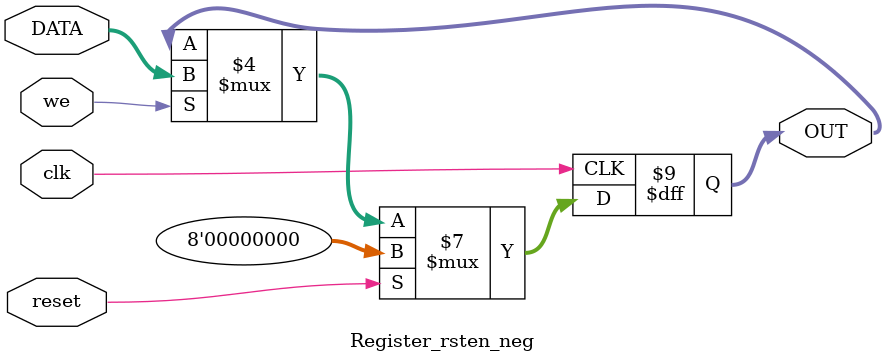
<source format=v>
module Register_rsten_neg #(
     parameter WIDTH=8)
    (
	  input  clk, reset,we,
	  input	[WIDTH-1:0] DATA,
	  output reg [WIDTH-1:0] OUT
    );
	 
always@(negedge clk) begin
	if (reset == 1'b1)
		OUT<={WIDTH{1'b0}};
	else if(we==1'b1)	
		OUT<=DATA;
end
	 
endmodule	 
</source>
